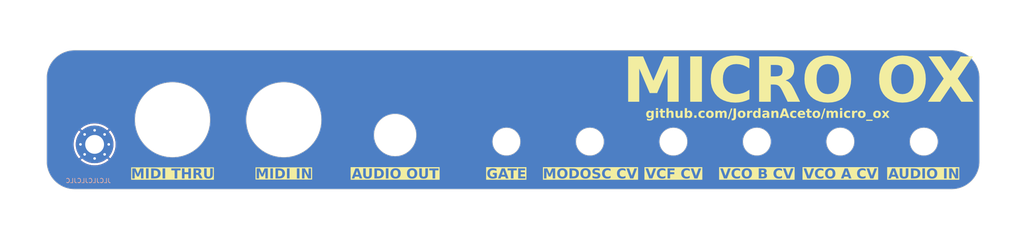
<source format=kicad_pcb>
(kicad_pcb (version 20221018) (generator pcbnew)
  (title_block (title "MICRO-OX IO Jack Panel") (date "2023-05-18") (rev "0") (comment 2 "creativecommons.org/licenses/by/4.0") (comment 3 "license: CC by 4.0") (comment 4 "Author: Jordan Aceto"))
  (layers (0 "F.Cu" signal) (31 "B.Cu" signal) (34 "B.Paste" user) (35 "F.Paste" user) (36 "B.SilkS" user "B.Silkscreen") (37 "F.SilkS" user "F.Silkscreen") (38 "B.Mask" user) (39 "F.Mask" user) (44 "Edge.Cuts" user))
  (net 0 "")
  (net 1 "GND")
  (footprint "MountingHole:MountingHole_4.3mm_M4_Pad_Via" (layer "F.Cu") (at 54.61 101.6)
    (fp_text reference "H1" hide)
    (fp_text value "MountingHole_Pad" hide)
    (pad "1" thru_hole circle locked (at -3.225 0) (size 0.9 0.9) (drill 0.6) (layers "*.Cu" "*.Mask") (net 1 "GND"))
    (pad "1" thru_hole circle locked (at -2.280419 -2.280419) (size 0.9 0.9) (drill 0.6) (layers "*.Cu" "*.Mask") (net 1 "GND"))
    (pad "1" thru_hole circle locked (at -2.280419 2.280419) (size 0.9 0.9) (drill 0.6) (layers "*.Cu" "*.Mask") (net 1 "GND"))
    (pad "1" thru_hole circle locked (at 0 -3.225) (size 0.9 0.9) (drill 0.6) (layers "*.Cu" "*.Mask") (net 1 "GND"))
    (pad "1" thru_hole circle locked (at 0 0) (size 8.6 8.6) (drill 4.3) (layers "*.Cu" "*.Mask") (net 1 "GND"))
    (pad "1" thru_hole circle locked (at 0 3.225) (size 0.9 0.9) (drill 0.6) (layers "*.Cu" "*.Mask") (net 1 "GND"))
    (pad "1" thru_hole circle locked (at 2.280419 -2.280419) (size 0.9 0.9) (drill 0.6) (layers "*.Cu" "*.Mask") (net 1 "GND"))
    (pad "1" thru_hole circle locked (at 2.280419 2.280419) (size 0.9 0.9) (drill 0.6) (layers "*.Cu" "*.Mask") (net 1 "GND"))
    (pad "1" thru_hole circle locked (at 3.225 0) (size 0.9 0.9) (drill 0.6) (layers "*.Cu" "*.Mask") (net 1 "GND"))
  )
  (gr_line (start 43.688 105.46075) (end 43.68795 86.4362) (stroke (width 0.1)) (layer "Edge.Cuts"))
  (gr_circle locked (center 123.19 99.4664) (end 128.016 99.4664) (stroke (width 0.1)) (fill none) (layer "Edge.Cuts"))
  (gr_circle locked (center 167.64 100.965) (end 170.18 99.06) (stroke (width 0.1)) (fill none) (layer "Edge.Cuts"))
  (gr_arc (start 256.54 105.486201) (mid 254.671124 109.985335) (end 250.16455 111.8362) (stroke (width 0.1)) (layer "Edge.Cuts"))
  (gr_line (start 256.539999 86.46165) (end 256.54 105.486201) (stroke (width 0.1)) (layer "Edge.Cuts"))
  (gr_line (start 250.16455 111.8362) (end 50.037999 111.8362) (stroke (width 0.1)) (layer "Edge.Cuts"))
  (gr_circle locked (center 72.39 95.9612) (end 80.9625 95.9612) (stroke (width 0.1)) (fill none) (layer "Edge.Cuts"))
  (gr_circle locked (center 243.84 100.965) (end 246.38 99.06) (stroke (width 0.1)) (fill none) (layer "Edge.Cuts"))
  (gr_circle locked (center 186.69 100.965) (end 189.23 99.06) (stroke (width 0.1)) (fill none) (layer "Edge.Cuts"))
  (gr_circle locked (center 148.59 100.965) (end 151.13 99.06) (stroke (width 0.1)) (fill none) (layer "Edge.Cuts"))
  (gr_circle locked (center 224.79 100.965) (end 227.33 99.06) (stroke (width 0.1)) (fill none) (layer "Edge.Cuts"))
  (gr_arc (start 43.68795 86.4362) (mid 45.556826 81.937065) (end 50.0634 80.086201) (stroke (width 0.1)) (layer "Edge.Cuts"))
  (gr_circle locked (center 97.79 95.9612) (end 106.3625 95.9612) (stroke (width 0.1)) (fill none) (layer "Edge.Cuts"))
  (gr_line (start 50.0634 80.086201) (end 250.19 80.0862) (stroke (width 0.1)) (layer "Edge.Cuts"))
  (gr_arc (start 50.037999 111.8362) (mid 45.538865 109.967324) (end 43.688 105.46075) (stroke (width 0.1)) (layer "Edge.Cuts"))
  (gr_arc (start 250.19 80.0862) (mid 254.689134 81.955076) (end 256.539999 86.46165) (stroke (width 0.1)) (layer "Edge.Cuts"))
  (gr_circle locked (center 205.74 100.965) (end 208.28 99.06) (stroke (width 0.1)) (fill none) (layer "Edge.Cuts"))
  (gr_text "JLCJLCJLCJLC" (at 58.42 110.49) (layer "B.SilkS") (effects (font (size 1 1)) (justify left bottom mirror)))
  (gr_text "AUDIO IN" (at 243.84 108.458) (layer "F.SilkS" knockout) (effects (font (size 2.25 2.25) (thickness 0.2) bold)))
  (gr_text "MICRO OX" (at 215.265 87.63) (layer "F.SilkS") (effects (font (size 10.16 10.16) (thickness 0.2) bold)))
  (gr_text "VCO A CV" (at 224.79 108.458) (layer "F.SilkS" knockout) (effects (font (size 2.25 2.25) (thickness 0.2) bold)))
  (gr_text "AUDIO OUT" (at 123.19 108.458) (layer "F.SilkS" knockout) (effects (font (size 2.25 2.25) (thickness 0.2) bold)))
  (gr_text "MIDI IN" (at 97.79 108.458) (layer "F.SilkS" knockout) (effects (font (size 2.25 2.25) (thickness 0.2) bold)))
  (gr_text "GATE" (at 148.59 108.458) (layer "F.SilkS" knockout) (effects (font (size 2.25 2.25) (thickness 0.2) bold)))
  (gr_text "VCF CV" (at 186.69 108.458) (layer "F.SilkS" knockout) (effects (font (size 2.25 2.25) (thickness 0.2) bold)))
  (gr_text "github.com/JordanAceto/micro_ox" (at 180.34 95.885) (layer "F.SilkS") (effects (font (size 2.1 2.1) (thickness 0.2) bold) (justify left bottom)))
  (gr_text "MIDI THRU" (at 72.39 108.458) (layer "F.SilkS" knockout) (effects (font (size 2.25 2.25) (thickness 0.2) bold)))
  (gr_text "MODOSC CV" (at 167.64 108.458) (layer "F.SilkS" knockout) (effects (font (size 2.25 2.25) (thickness 0.2) bold)))
  (gr_text "VCO B CV" (at 205.74 108.458) (layer "F.SilkS" knockout) (effects (font (size 2.25 2.25) (thickness 0.2) bold)))
  (zone (net 1) (net_name "GND") (layer "F.Cu") (connect_pads (clearance 0)) (min_thickness 0.25) (fill yes (thermal_gap 0.5) (thermal_bridge_width 0.5))
    (polygon (pts (xy 38.1 73.66) (xy 38.1 116.84) (xy 261.62 116.84) (xy 261.62 73.66)))
  )
  (zone (net 1) (net_name "GND") (layer "B.Cu") (priority 1) (connect_pads (clearance 0)) (min_thickness 0.25) (fill yes (thermal_gap 0.5) (thermal_bridge_width 0.5))
    (polygon (pts (xy 33.02 68.58) (xy 33.02 121.92) (xy 266.7 121.92) (xy 266.7 68.58)))
  )
)
</source>
